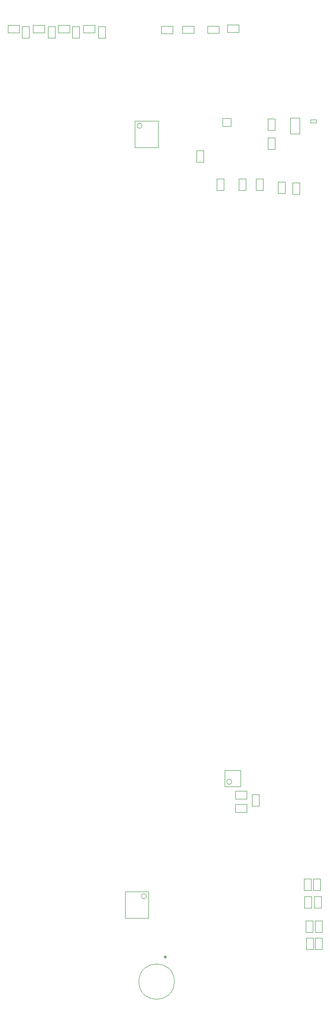
<source format=gbr>
G04 Layer_Color=16711935*
%FSLAX26Y26*%
%MOIN*%
%TF.FileFunction,Other,Mechanical_13*%
%TF.Part,Single*%
G01*
G75*
%TA.AperFunction,NonConductor*%
%ADD43C,0.007874*%
%ADD82C,0.003937*%
D43*
X1204961Y-3352835D02*
X1204961Y-3333150D01*
X1195118Y-3342992D02*
X1214803Y-3342992D01*
D82*
X1030457Y2934079D02*
G03*
X1030457Y2934079I-19685J0D01*
G01*
X1273858Y-3530000D02*
G03*
X1273858Y-3530000I-133858J0D01*
G01*
X1709094Y-2020591D02*
G03*
X1709094Y-2020591I-19685J0D01*
G01*
X1063882Y-2884362D02*
G03*
X1063882Y-2884362I-19685J0D01*
G01*
X1946575Y2446693D02*
X1946575Y2533307D01*
X1893425Y2446693D02*
X1893425Y2533307D01*
X1946575Y2533307D01*
X1893425Y2446693D02*
X1946575Y2446693D01*
X1816575Y2446693D02*
X1816575Y2533307D01*
X1763425Y2446693D02*
X1763425Y2533307D01*
X1816575Y2533307D01*
X1763425Y2446693D02*
X1816575Y2446693D01*
X1647953Y2446693D02*
X1647953Y2533307D01*
X1594803Y2446693D02*
X1594803Y2533307D01*
X1647953Y2533307D01*
X1594803Y2446693D02*
X1647953Y2446693D01*
X2153070Y2873637D02*
X2221968Y2873637D01*
X2153070Y2993716D02*
X2221968Y2993716D01*
X2221968Y2873637D02*
X2221968Y2993716D01*
X2153070Y2873637D02*
X2153070Y2993716D01*
X1980945Y2900369D02*
X1980945Y2986983D01*
X2034094Y2900369D02*
X2034094Y2986983D01*
X1980945Y2900369D02*
X2034094Y2900369D01*
X1980945Y2986983D02*
X2034094Y2986983D01*
X1980945Y2755369D02*
X1980945Y2841983D01*
X2034094Y2755369D02*
X2034094Y2841983D01*
X1980945Y2755369D02*
X2034094Y2755369D01*
X1980945Y2841983D02*
X2034094Y2841983D01*
X2305866Y2956865D02*
X2305866Y2980487D01*
X2349173Y2956865D02*
X2349173Y2980487D01*
X2305866Y2980487D02*
X2349173Y2980487D01*
X2305866Y2956865D02*
X2349173Y2956865D01*
X1736694Y-2248543D02*
X1736694Y-2191457D01*
X1823308Y-2248543D02*
X1823308Y-2191457D01*
X1736694Y-2191457D02*
X1823308Y-2191457D01*
X1736694Y-2248543D02*
X1823308Y-2248543D01*
X1736694Y-2148543D02*
X1736694Y-2091457D01*
X1823308Y-2148543D02*
X1823308Y-2091457D01*
X1736694Y-2091457D02*
X1823308Y-2091457D01*
X1736694Y-2148543D02*
X1823308Y-2148543D01*
X975339Y2768724D02*
X975339Y2969512D01*
X1152505Y2768724D02*
X1152505Y2969512D01*
X975339Y2969512D02*
X1152505Y2969512D01*
X975339Y2768724D02*
X1152505Y2768724D01*
X2308960Y-2839086D02*
X2308960Y-2752472D01*
X2255812Y-2839086D02*
X2255812Y-2752472D01*
X2308960Y-2752472D01*
X2255812Y-2839086D02*
X2308960Y-2839086D01*
X2326678Y-2839088D02*
X2326678Y-2752474D01*
X2379826Y-2839088D02*
X2379826Y-2752474D01*
X2326678Y-2839088D02*
X2379826Y-2839088D01*
X2326678Y-2752474D02*
X2379826Y-2752474D01*
X2338489Y-3287906D02*
X2338489Y-3201292D01*
X2391637Y-3287906D02*
X2391637Y-3201292D01*
X2338489Y-3287906D02*
X2391637Y-3287906D01*
X2338489Y-3201292D02*
X2391637Y-3201292D01*
X2259749Y-2972944D02*
X2259749Y-2886330D01*
X2312897Y-2972944D02*
X2312897Y-2886330D01*
X2259749Y-2972944D02*
X2312897Y-2972944D01*
X2259749Y-2886330D02*
X2312897Y-2886330D01*
X2324708Y-3287905D02*
X2324708Y-3201291D01*
X2271560Y-3287905D02*
X2271560Y-3201291D01*
X2324708Y-3201291D01*
X2271560Y-3287905D02*
X2324708Y-3287905D01*
X2383764Y-2972946D02*
X2383764Y-2886330D01*
X2330614Y-2972946D02*
X2330614Y-2886330D01*
X2383764Y-2886330D01*
X2330614Y-2972946D02*
X2383764Y-2972946D01*
X1638504Y2991496D02*
X1701496Y2991496D01*
X1638504Y2928504D02*
X1701496Y2928504D01*
X1701496Y2991496D01*
X1638504Y2928504D02*
X1638504Y2991496D01*
X1423307Y3632425D02*
X1423307Y3685575D01*
X1336693Y3632425D02*
X1336693Y3685575D01*
X1423307Y3685575D01*
X1336693Y3632425D02*
X1423307Y3632425D01*
X1176693Y3687543D02*
X1263307Y3687543D01*
X1176693Y3630457D02*
X1263307Y3630457D01*
X1263307Y3687543D01*
X1176693Y3630457D02*
X1176693Y3687543D01*
X1863425Y-2203307D02*
X1863425Y-2116693D01*
X1916575Y-2203307D02*
X1916575Y-2116693D01*
X1863425Y-2116693D02*
X1916575Y-2116693D01*
X1863425Y-2203307D02*
X1916575Y-2203307D01*
X1653976Y-1933976D02*
X1776024Y-1933976D01*
X1653976Y-2056024D02*
X1776024Y-2056024D01*
X1776024Y-1933976D01*
X1653976Y-2056024D02*
X1653976Y-1933976D01*
X1079629Y-3049717D02*
X1079629Y-2848929D01*
X902465Y-3049717D02*
X902465Y-2848929D01*
X1079629Y-2848929D01*
X902465Y-3049717D02*
X1079629Y-3049717D01*
X1760825Y3640134D02*
X1760825Y3697220D01*
X1674211Y3640134D02*
X1674211Y3697220D01*
X1760825Y3697220D01*
X1674211Y3640134D02*
X1760825Y3640134D01*
X1524209Y3685253D02*
X1610825Y3685253D01*
X1524209Y3632102D02*
X1610825Y3632102D01*
X1610825Y3685253D01*
X1524209Y3632102D02*
X1524209Y3685253D01*
X1494000Y2660913D02*
X1494000Y2747527D01*
X1440850Y2660913D02*
X1440850Y2747527D01*
X1440850Y2660913D02*
X1494000Y2660913D01*
X1440850Y2747527D02*
X1494000Y2747527D01*
X2058961Y2424693D02*
X2058961Y2511307D01*
X2112110Y2424693D02*
X2112110Y2511307D01*
X2058961Y2511307D02*
X2112110Y2511307D01*
X2058961Y2424693D02*
X2112110Y2424693D01*
X2169198Y2416819D02*
X2222346Y2416819D01*
X2169198Y2503433D02*
X2222346Y2503433D01*
X2222346Y2416819D02*
X2222346Y2503433D01*
X2169198Y2416819D02*
X2169198Y2503433D01*
X206694Y3636457D02*
X206694Y3693543D01*
X293308Y3636457D02*
X293308Y3693543D01*
X206694Y3636457D02*
X293308Y3636457D01*
X206694Y3693543D02*
X293308Y3693543D01*
X396694Y3636457D02*
X396694Y3693543D01*
X483308Y3636457D02*
X483308Y3693543D01*
X396694Y3636457D02*
X483308Y3636457D01*
X396694Y3693543D02*
X483308Y3693543D01*
X586694Y3636457D02*
X586694Y3693543D01*
X673308Y3636457D02*
X673308Y3693543D01*
X586694Y3636457D02*
X673308Y3636457D01*
X586694Y3693543D02*
X673308Y3693543D01*
X16692Y3636457D02*
X16692Y3693543D01*
X103306Y3636457D02*
X103306Y3693543D01*
X16692Y3636457D02*
X103306Y3636457D01*
X16692Y3693543D02*
X103306Y3693543D01*
X318426Y3596693D02*
X318426Y3683307D01*
X371576Y3596693D02*
X371576Y3683307D01*
X318426Y3683307D02*
X371576Y3683307D01*
X318426Y3596693D02*
X371576Y3596693D01*
X503426Y3596693D02*
X503426Y3683307D01*
X556576Y3596693D02*
X556576Y3683307D01*
X503426Y3683307D02*
X556576Y3683307D01*
X503426Y3596693D02*
X556576Y3596693D01*
X698426Y3596693D02*
X698426Y3683307D01*
X751576Y3596693D02*
X751576Y3683307D01*
X698426Y3683307D02*
X751576Y3683307D01*
X698426Y3596693D02*
X751576Y3596693D01*
X123426Y3596693D02*
X123426Y3683307D01*
X176576Y3596693D02*
X176576Y3683307D01*
X123426Y3683307D02*
X176576Y3683307D01*
X123426Y3596693D02*
X176576Y3596693D01*
X2267622Y-3157983D02*
X2267622Y-3071369D01*
X2320772Y-3157983D02*
X2320772Y-3071369D01*
X2267622Y-3071369D02*
X2320772Y-3071369D01*
X2267622Y-3157983D02*
X2320772Y-3157983D01*
X2391638Y-3157985D02*
X2391638Y-3071371D01*
X2338488Y-3157985D02*
X2338488Y-3071371D01*
X2338488Y-3157985D02*
X2391638Y-3157985D01*
X2338488Y-3071371D02*
X2391638Y-3071371D01*
%TF.MD5,8b43d98100473329dc5f04105313d59c*%
M02*

</source>
